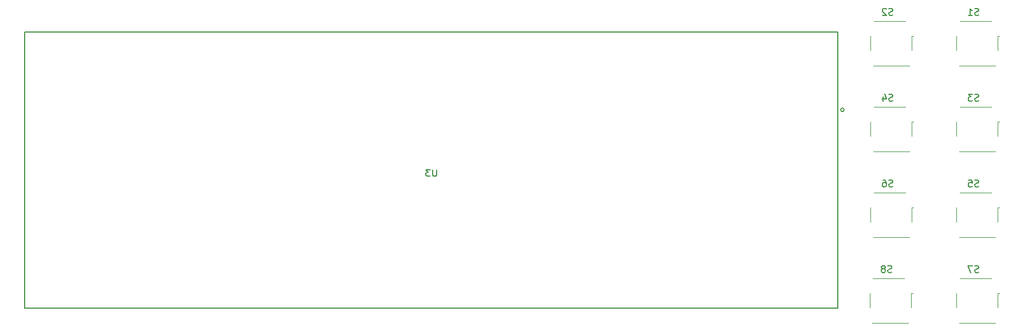
<source format=gbr>
G04 #@! TF.GenerationSoftware,KiCad,Pcbnew,(5.0.0)*
G04 #@! TF.CreationDate,2019-01-06T20:08:52-08:00*
G04 #@! TF.ProjectId,pcb_v1,7063625F76312E6B696361645F706362,1.0*
G04 #@! TF.SameCoordinates,Original*
G04 #@! TF.FileFunction,Legend,Bot*
G04 #@! TF.FilePolarity,Positive*
%FSLAX46Y46*%
G04 Gerber Fmt 4.6, Leading zero omitted, Abs format (unit mm)*
G04 Created by KiCad (PCBNEW (5.0.0)) date 01/06/19 20:08:52*
%MOMM*%
%LPD*%
G01*
G04 APERTURE LIST*
%ADD10C,0.150000*%
%ADD11C,0.100000*%
G04 APERTURE END LIST*
D10*
G04 #@! TO.C,U3*
X228675001Y-90170000D02*
G75*
G03X228675001Y-90170000I-254000J0D01*
G01*
X227786001Y-78613000D02*
X107644001Y-78613000D01*
X107644001Y-78613000D02*
X107644001Y-119507000D01*
X107644001Y-119507000D02*
X227786001Y-119507000D01*
X227786001Y-119507000D02*
X227786001Y-78613000D01*
D11*
G04 #@! TO.C,S1*
X250410000Y-77008600D02*
X245742600Y-77008600D01*
X251406800Y-79243800D02*
X251406800Y-81352000D01*
X245300800Y-79254800D02*
X245300800Y-81350000D01*
X245717200Y-83612600D02*
X251010000Y-83602800D01*
X251406800Y-79250400D02*
X251656800Y-79250400D01*
G04 #@! TO.C,S2*
X237710000Y-77008600D02*
X233042600Y-77008600D01*
X238706800Y-79243800D02*
X238706800Y-81352000D01*
X232600800Y-79254800D02*
X232600800Y-81350000D01*
X233017200Y-83612600D02*
X238310000Y-83602800D01*
X238706800Y-79250400D02*
X238956800Y-79250400D01*
G04 #@! TO.C,S3*
X250410000Y-89708600D02*
X245742600Y-89708600D01*
X251406800Y-91943800D02*
X251406800Y-94052000D01*
X245300800Y-91954800D02*
X245300800Y-94050000D01*
X245717200Y-96312600D02*
X251010000Y-96302800D01*
X251406800Y-91950400D02*
X251656800Y-91950400D01*
G04 #@! TO.C,S4*
X237710000Y-89708600D02*
X233042600Y-89708600D01*
X238706800Y-91943800D02*
X238706800Y-94052000D01*
X232600800Y-91954800D02*
X232600800Y-94050000D01*
X233017200Y-96312600D02*
X238310000Y-96302800D01*
X238706800Y-91950400D02*
X238956800Y-91950400D01*
G04 #@! TO.C,S5*
X250410000Y-102408600D02*
X245742600Y-102408600D01*
X251406800Y-104643800D02*
X251406800Y-106752000D01*
X245300800Y-104654800D02*
X245300800Y-106750000D01*
X245717200Y-109012600D02*
X251010000Y-109002800D01*
X251406800Y-104650400D02*
X251656800Y-104650400D01*
G04 #@! TO.C,S6*
X237710000Y-102408600D02*
X233042600Y-102408600D01*
X238706800Y-104643800D02*
X238706800Y-106752000D01*
X232600800Y-104654800D02*
X232600800Y-106750000D01*
X233017200Y-109012600D02*
X238310000Y-109002800D01*
X238706800Y-104650400D02*
X238956800Y-104650400D01*
G04 #@! TO.C,S7*
X250410000Y-115108600D02*
X245742600Y-115108600D01*
X251406800Y-117343800D02*
X251406800Y-119452000D01*
X245300800Y-117354800D02*
X245300800Y-119450000D01*
X245717200Y-121712600D02*
X251010000Y-121702800D01*
X251406800Y-117350400D02*
X251656800Y-117350400D01*
G04 #@! TO.C,S8*
X237560000Y-115108600D02*
X232892600Y-115108600D01*
X238556800Y-117343800D02*
X238556800Y-119452000D01*
X232450800Y-117354800D02*
X232450800Y-119450000D01*
X232867200Y-121712600D02*
X238160000Y-121702800D01*
X238556800Y-117350400D02*
X238806800Y-117350400D01*
G04 #@! TO.C,U3*
D10*
X168476905Y-99012380D02*
X168476905Y-99821904D01*
X168429286Y-99917142D01*
X168381667Y-99964761D01*
X168286429Y-100012380D01*
X168095953Y-100012380D01*
X168000715Y-99964761D01*
X167953096Y-99917142D01*
X167905477Y-99821904D01*
X167905477Y-99012380D01*
X167524524Y-99012380D02*
X166905477Y-99012380D01*
X167238810Y-99393333D01*
X167095953Y-99393333D01*
X167000715Y-99440952D01*
X166953096Y-99488571D01*
X166905477Y-99583809D01*
X166905477Y-99821904D01*
X166953096Y-99917142D01*
X167000715Y-99964761D01*
X167095953Y-100012380D01*
X167381667Y-100012380D01*
X167476905Y-99964761D01*
X167524524Y-99917142D01*
G04 #@! TO.C,S1*
X248561904Y-76117961D02*
X248419047Y-76165580D01*
X248180952Y-76165580D01*
X248085714Y-76117961D01*
X248038095Y-76070342D01*
X247990476Y-75975104D01*
X247990476Y-75879866D01*
X248038095Y-75784628D01*
X248085714Y-75737009D01*
X248180952Y-75689390D01*
X248371428Y-75641771D01*
X248466666Y-75594152D01*
X248514285Y-75546533D01*
X248561904Y-75451295D01*
X248561904Y-75356057D01*
X248514285Y-75260819D01*
X248466666Y-75213200D01*
X248371428Y-75165580D01*
X248133333Y-75165580D01*
X247990476Y-75213200D01*
X247038095Y-76165580D02*
X247609523Y-76165580D01*
X247323809Y-76165580D02*
X247323809Y-75165580D01*
X247419047Y-75308438D01*
X247514285Y-75403676D01*
X247609523Y-75451295D01*
G04 #@! TO.C,S2*
X235861904Y-76117961D02*
X235719047Y-76165580D01*
X235480952Y-76165580D01*
X235385714Y-76117961D01*
X235338095Y-76070342D01*
X235290476Y-75975104D01*
X235290476Y-75879866D01*
X235338095Y-75784628D01*
X235385714Y-75737009D01*
X235480952Y-75689390D01*
X235671428Y-75641771D01*
X235766666Y-75594152D01*
X235814285Y-75546533D01*
X235861904Y-75451295D01*
X235861904Y-75356057D01*
X235814285Y-75260819D01*
X235766666Y-75213200D01*
X235671428Y-75165580D01*
X235433333Y-75165580D01*
X235290476Y-75213200D01*
X234909523Y-75260819D02*
X234861904Y-75213200D01*
X234766666Y-75165580D01*
X234528571Y-75165580D01*
X234433333Y-75213200D01*
X234385714Y-75260819D01*
X234338095Y-75356057D01*
X234338095Y-75451295D01*
X234385714Y-75594152D01*
X234957142Y-76165580D01*
X234338095Y-76165580D01*
G04 #@! TO.C,S3*
X248561904Y-88817961D02*
X248419047Y-88865580D01*
X248180952Y-88865580D01*
X248085714Y-88817961D01*
X248038095Y-88770342D01*
X247990476Y-88675104D01*
X247990476Y-88579866D01*
X248038095Y-88484628D01*
X248085714Y-88437009D01*
X248180952Y-88389390D01*
X248371428Y-88341771D01*
X248466666Y-88294152D01*
X248514285Y-88246533D01*
X248561904Y-88151295D01*
X248561904Y-88056057D01*
X248514285Y-87960819D01*
X248466666Y-87913200D01*
X248371428Y-87865580D01*
X248133333Y-87865580D01*
X247990476Y-87913200D01*
X247657142Y-87865580D02*
X247038095Y-87865580D01*
X247371428Y-88246533D01*
X247228571Y-88246533D01*
X247133333Y-88294152D01*
X247085714Y-88341771D01*
X247038095Y-88437009D01*
X247038095Y-88675104D01*
X247085714Y-88770342D01*
X247133333Y-88817961D01*
X247228571Y-88865580D01*
X247514285Y-88865580D01*
X247609523Y-88817961D01*
X247657142Y-88770342D01*
G04 #@! TO.C,S4*
X235861904Y-88817961D02*
X235719047Y-88865580D01*
X235480952Y-88865580D01*
X235385714Y-88817961D01*
X235338095Y-88770342D01*
X235290476Y-88675104D01*
X235290476Y-88579866D01*
X235338095Y-88484628D01*
X235385714Y-88437009D01*
X235480952Y-88389390D01*
X235671428Y-88341771D01*
X235766666Y-88294152D01*
X235814285Y-88246533D01*
X235861904Y-88151295D01*
X235861904Y-88056057D01*
X235814285Y-87960819D01*
X235766666Y-87913200D01*
X235671428Y-87865580D01*
X235433333Y-87865580D01*
X235290476Y-87913200D01*
X234433333Y-88198914D02*
X234433333Y-88865580D01*
X234671428Y-87817961D02*
X234909523Y-88532247D01*
X234290476Y-88532247D01*
G04 #@! TO.C,S5*
X248561904Y-101517961D02*
X248419047Y-101565580D01*
X248180952Y-101565580D01*
X248085714Y-101517961D01*
X248038095Y-101470342D01*
X247990476Y-101375104D01*
X247990476Y-101279866D01*
X248038095Y-101184628D01*
X248085714Y-101137009D01*
X248180952Y-101089390D01*
X248371428Y-101041771D01*
X248466666Y-100994152D01*
X248514285Y-100946533D01*
X248561904Y-100851295D01*
X248561904Y-100756057D01*
X248514285Y-100660819D01*
X248466666Y-100613200D01*
X248371428Y-100565580D01*
X248133333Y-100565580D01*
X247990476Y-100613200D01*
X247085714Y-100565580D02*
X247561904Y-100565580D01*
X247609523Y-101041771D01*
X247561904Y-100994152D01*
X247466666Y-100946533D01*
X247228571Y-100946533D01*
X247133333Y-100994152D01*
X247085714Y-101041771D01*
X247038095Y-101137009D01*
X247038095Y-101375104D01*
X247085714Y-101470342D01*
X247133333Y-101517961D01*
X247228571Y-101565580D01*
X247466666Y-101565580D01*
X247561904Y-101517961D01*
X247609523Y-101470342D01*
G04 #@! TO.C,S6*
X235861904Y-101517961D02*
X235719047Y-101565580D01*
X235480952Y-101565580D01*
X235385714Y-101517961D01*
X235338095Y-101470342D01*
X235290476Y-101375104D01*
X235290476Y-101279866D01*
X235338095Y-101184628D01*
X235385714Y-101137009D01*
X235480952Y-101089390D01*
X235671428Y-101041771D01*
X235766666Y-100994152D01*
X235814285Y-100946533D01*
X235861904Y-100851295D01*
X235861904Y-100756057D01*
X235814285Y-100660819D01*
X235766666Y-100613200D01*
X235671428Y-100565580D01*
X235433333Y-100565580D01*
X235290476Y-100613200D01*
X234433333Y-100565580D02*
X234623809Y-100565580D01*
X234719047Y-100613200D01*
X234766666Y-100660819D01*
X234861904Y-100803676D01*
X234909523Y-100994152D01*
X234909523Y-101375104D01*
X234861904Y-101470342D01*
X234814285Y-101517961D01*
X234719047Y-101565580D01*
X234528571Y-101565580D01*
X234433333Y-101517961D01*
X234385714Y-101470342D01*
X234338095Y-101375104D01*
X234338095Y-101137009D01*
X234385714Y-101041771D01*
X234433333Y-100994152D01*
X234528571Y-100946533D01*
X234719047Y-100946533D01*
X234814285Y-100994152D01*
X234861904Y-101041771D01*
X234909523Y-101137009D01*
G04 #@! TO.C,S7*
X248561904Y-114217961D02*
X248419047Y-114265580D01*
X248180952Y-114265580D01*
X248085714Y-114217961D01*
X248038095Y-114170342D01*
X247990476Y-114075104D01*
X247990476Y-113979866D01*
X248038095Y-113884628D01*
X248085714Y-113837009D01*
X248180952Y-113789390D01*
X248371428Y-113741771D01*
X248466666Y-113694152D01*
X248514285Y-113646533D01*
X248561904Y-113551295D01*
X248561904Y-113456057D01*
X248514285Y-113360819D01*
X248466666Y-113313200D01*
X248371428Y-113265580D01*
X248133333Y-113265580D01*
X247990476Y-113313200D01*
X247657142Y-113265580D02*
X246990476Y-113265580D01*
X247419047Y-114265580D01*
G04 #@! TO.C,S8*
X235711904Y-114217961D02*
X235569047Y-114265580D01*
X235330952Y-114265580D01*
X235235714Y-114217961D01*
X235188095Y-114170342D01*
X235140476Y-114075104D01*
X235140476Y-113979866D01*
X235188095Y-113884628D01*
X235235714Y-113837009D01*
X235330952Y-113789390D01*
X235521428Y-113741771D01*
X235616666Y-113694152D01*
X235664285Y-113646533D01*
X235711904Y-113551295D01*
X235711904Y-113456057D01*
X235664285Y-113360819D01*
X235616666Y-113313200D01*
X235521428Y-113265580D01*
X235283333Y-113265580D01*
X235140476Y-113313200D01*
X234569047Y-113694152D02*
X234664285Y-113646533D01*
X234711904Y-113598914D01*
X234759523Y-113503676D01*
X234759523Y-113456057D01*
X234711904Y-113360819D01*
X234664285Y-113313200D01*
X234569047Y-113265580D01*
X234378571Y-113265580D01*
X234283333Y-113313200D01*
X234235714Y-113360819D01*
X234188095Y-113456057D01*
X234188095Y-113503676D01*
X234235714Y-113598914D01*
X234283333Y-113646533D01*
X234378571Y-113694152D01*
X234569047Y-113694152D01*
X234664285Y-113741771D01*
X234711904Y-113789390D01*
X234759523Y-113884628D01*
X234759523Y-114075104D01*
X234711904Y-114170342D01*
X234664285Y-114217961D01*
X234569047Y-114265580D01*
X234378571Y-114265580D01*
X234283333Y-114217961D01*
X234235714Y-114170342D01*
X234188095Y-114075104D01*
X234188095Y-113884628D01*
X234235714Y-113789390D01*
X234283333Y-113741771D01*
X234378571Y-113694152D01*
G04 #@! TD*
M02*

</source>
